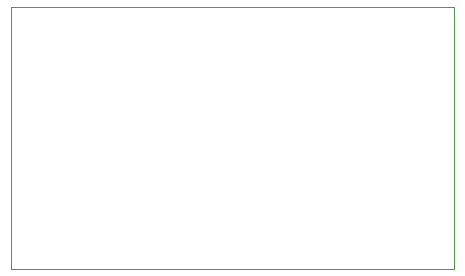
<source format=gm1>
G04 #@! TF.GenerationSoftware,KiCad,Pcbnew,9.0.2*
G04 #@! TF.CreationDate,2025-10-09T10:15:11-04:00*
G04 #@! TF.ProjectId,LineTest,4c696e65-5465-4737-942e-6b696361645f,rev?*
G04 #@! TF.SameCoordinates,Original*
G04 #@! TF.FileFunction,Profile,NP*
%FSLAX46Y46*%
G04 Gerber Fmt 4.6, Leading zero omitted, Abs format (unit mm)*
G04 Created by KiCad (PCBNEW 9.0.2) date 2025-10-09 10:15:11*
%MOMM*%
%LPD*%
G01*
G04 APERTURE LIST*
G04 #@! TA.AperFunction,Profile*
%ADD10C,0.050000*%
G04 #@! TD*
G04 APERTURE END LIST*
D10*
X104140000Y-71120000D02*
X104140000Y-48895000D01*
X141605000Y-71120000D02*
X104140000Y-71120000D01*
X141605000Y-48895000D02*
X141605000Y-71120000D01*
X104140000Y-48895000D02*
X141605000Y-48895000D01*
M02*

</source>
